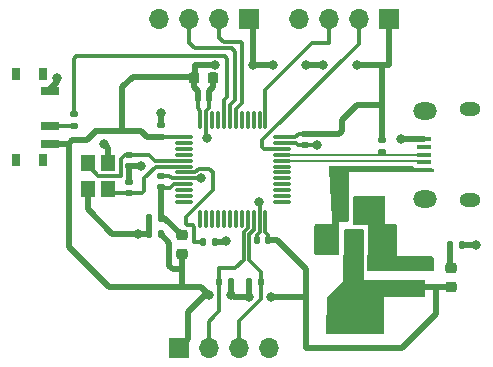
<source format=gbr>
%TF.GenerationSoftware,KiCad,Pcbnew,(6.0.10)*%
%TF.CreationDate,2023-01-15T22:26:48+05:30*%
%TF.ProjectId,Learning_1,4c656172-6e69-46e6-975f-312e6b696361,rev?*%
%TF.SameCoordinates,Original*%
%TF.FileFunction,Copper,L1,Top*%
%TF.FilePolarity,Positive*%
%FSLAX46Y46*%
G04 Gerber Fmt 4.6, Leading zero omitted, Abs format (unit mm)*
G04 Created by KiCad (PCBNEW (6.0.10)) date 2023-01-15 22:26:48*
%MOMM*%
%LPD*%
G01*
G04 APERTURE LIST*
G04 Aperture macros list*
%AMRoundRect*
0 Rectangle with rounded corners*
0 $1 Rounding radius*
0 $2 $3 $4 $5 $6 $7 $8 $9 X,Y pos of 4 corners*
0 Add a 4 corners polygon primitive as box body*
4,1,4,$2,$3,$4,$5,$6,$7,$8,$9,$2,$3,0*
0 Add four circle primitives for the rounded corners*
1,1,$1+$1,$2,$3*
1,1,$1+$1,$4,$5*
1,1,$1+$1,$6,$7*
1,1,$1+$1,$8,$9*
0 Add four rect primitives between the rounded corners*
20,1,$1+$1,$2,$3,$4,$5,0*
20,1,$1+$1,$4,$5,$6,$7,0*
20,1,$1+$1,$6,$7,$8,$9,0*
20,1,$1+$1,$8,$9,$2,$3,0*%
G04 Aperture macros list end*
%TA.AperFunction,SMDPad,CuDef*%
%ADD10RoundRect,0.140000X0.170000X-0.140000X0.170000X0.140000X-0.170000X0.140000X-0.170000X-0.140000X0*%
%TD*%
%TA.AperFunction,SMDPad,CuDef*%
%ADD11RoundRect,0.135000X-0.185000X0.135000X-0.185000X-0.135000X0.185000X-0.135000X0.185000X0.135000X0*%
%TD*%
%TA.AperFunction,SMDPad,CuDef*%
%ADD12RoundRect,0.140000X-0.140000X-0.170000X0.140000X-0.170000X0.140000X0.170000X-0.140000X0.170000X0*%
%TD*%
%TA.AperFunction,SMDPad,CuDef*%
%ADD13RoundRect,0.135000X-0.135000X-0.185000X0.135000X-0.185000X0.135000X0.185000X-0.135000X0.185000X0*%
%TD*%
%TA.AperFunction,SMDPad,CuDef*%
%ADD14RoundRect,0.250000X-0.250000X-0.475000X0.250000X-0.475000X0.250000X0.475000X-0.250000X0.475000X0*%
%TD*%
%TA.AperFunction,SMDPad,CuDef*%
%ADD15RoundRect,0.140000X-0.170000X0.140000X-0.170000X-0.140000X0.170000X-0.140000X0.170000X0.140000X0*%
%TD*%
%TA.AperFunction,SMDPad,CuDef*%
%ADD16RoundRect,0.225000X-0.225000X-0.250000X0.225000X-0.250000X0.225000X0.250000X-0.225000X0.250000X0*%
%TD*%
%TA.AperFunction,SMDPad,CuDef*%
%ADD17R,1.300000X0.450000*%
%TD*%
%TA.AperFunction,ComponentPad*%
%ADD18O,2.000000X1.450000*%
%TD*%
%TA.AperFunction,ComponentPad*%
%ADD19O,1.800000X1.150000*%
%TD*%
%TA.AperFunction,SMDPad,CuDef*%
%ADD20RoundRect,0.135000X0.135000X0.185000X-0.135000X0.185000X-0.135000X-0.185000X0.135000X-0.185000X0*%
%TD*%
%TA.AperFunction,ComponentPad*%
%ADD21R,1.700000X1.700000*%
%TD*%
%TA.AperFunction,ComponentPad*%
%ADD22O,1.700000X1.700000*%
%TD*%
%TA.AperFunction,SMDPad,CuDef*%
%ADD23RoundRect,0.250000X0.475000X-0.250000X0.475000X0.250000X-0.475000X0.250000X-0.475000X-0.250000X0*%
%TD*%
%TA.AperFunction,SMDPad,CuDef*%
%ADD24RoundRect,0.135000X0.185000X-0.135000X0.185000X0.135000X-0.185000X0.135000X-0.185000X-0.135000X0*%
%TD*%
%TA.AperFunction,SMDPad,CuDef*%
%ADD25RoundRect,0.218750X-0.256250X0.218750X-0.256250X-0.218750X0.256250X-0.218750X0.256250X0.218750X0*%
%TD*%
%TA.AperFunction,SMDPad,CuDef*%
%ADD26R,1.500000X2.000000*%
%TD*%
%TA.AperFunction,SMDPad,CuDef*%
%ADD27R,3.800000X2.000000*%
%TD*%
%TA.AperFunction,SMDPad,CuDef*%
%ADD28R,0.800000X1.000000*%
%TD*%
%TA.AperFunction,SMDPad,CuDef*%
%ADD29R,1.500000X0.700000*%
%TD*%
%TA.AperFunction,SMDPad,CuDef*%
%ADD30RoundRect,0.075000X-0.662500X-0.075000X0.662500X-0.075000X0.662500X0.075000X-0.662500X0.075000X0*%
%TD*%
%TA.AperFunction,SMDPad,CuDef*%
%ADD31RoundRect,0.075000X-0.075000X-0.662500X0.075000X-0.662500X0.075000X0.662500X-0.075000X0.662500X0*%
%TD*%
%TA.AperFunction,SMDPad,CuDef*%
%ADD32RoundRect,0.218750X0.256250X-0.218750X0.256250X0.218750X-0.256250X0.218750X-0.256250X-0.218750X0*%
%TD*%
%TA.AperFunction,SMDPad,CuDef*%
%ADD33R,1.200000X1.400000*%
%TD*%
%TA.AperFunction,SMDPad,CuDef*%
%ADD34RoundRect,0.140000X0.140000X0.170000X-0.140000X0.170000X-0.140000X-0.170000X0.140000X-0.170000X0*%
%TD*%
%TA.AperFunction,ViaPad*%
%ADD35C,0.800000*%
%TD*%
%TA.AperFunction,Conductor*%
%ADD36C,0.500000*%
%TD*%
%TA.AperFunction,Conductor*%
%ADD37C,0.300000*%
%TD*%
%TA.AperFunction,Conductor*%
%ADD38C,0.200000*%
%TD*%
G04 APERTURE END LIST*
D10*
%TO.P,C3,1*%
%TO.N,+3.3V*%
X82800000Y-87380000D03*
%TO.P,C3,2*%
%TO.N,GND*%
X82800000Y-86420000D03*
%TD*%
D11*
%TO.P,R3,1*%
%TO.N,+3.3V*%
X101500000Y-87690000D03*
%TO.P,R3,2*%
%TO.N,/USB_D+*%
X101500000Y-88710000D03*
%TD*%
D12*
%TO.P,C2,1*%
%TO.N,+3.3V*%
X85920000Y-84100000D03*
%TO.P,C2,2*%
%TO.N,GND*%
X86880000Y-84100000D03*
%TD*%
D13*
%TO.P,R2,1*%
%TO.N,/PWR_LED_K*%
X107290000Y-96600000D03*
%TO.P,R2,2*%
%TO.N,GND*%
X108310000Y-96600000D03*
%TD*%
D14*
%TO.P,C10,1*%
%TO.N,VBUS*%
X98110000Y-93726000D03*
%TO.P,C10,2*%
%TO.N,GND*%
X100010000Y-93726000D03*
%TD*%
D15*
%TO.P,C12,1*%
%TO.N,/HSE_IN*%
X80137000Y-88928000D03*
%TO.P,C12,2*%
%TO.N,GND*%
X80137000Y-89888000D03*
%TD*%
D16*
%TO.P,C1,1*%
%TO.N,+3.3V*%
X85625000Y-82400000D03*
%TO.P,C1,2*%
%TO.N,GND*%
X87175000Y-82400000D03*
%TD*%
D17*
%TO.P,J1,1,VBUS*%
%TO.N,VBUS*%
X105100000Y-90200000D03*
%TO.P,J1,2,D-*%
%TO.N,/USB_D-*%
X105100000Y-89550000D03*
%TO.P,J1,3,D+*%
%TO.N,/USB_D+*%
X105100000Y-88900000D03*
%TO.P,J1,4,ID*%
%TO.N,unconnected-(J1-Pad4)*%
X105100000Y-88250000D03*
%TO.P,J1,5,GND*%
%TO.N,GND*%
X105100000Y-87600000D03*
D18*
%TO.P,J1,6,Shield*%
%TO.N,unconnected-(J1-Pad6)*%
X105150000Y-92625000D03*
D19*
X108950000Y-92775000D03*
D18*
X105150000Y-85175000D03*
D19*
X108950000Y-85025000D03*
%TD*%
D20*
%TO.P,R4,1*%
%TO.N,+3.3V*%
X88775000Y-99695000D03*
%TO.P,R4,2*%
%TO.N,/I2C2_SCL*%
X87755000Y-99695000D03*
%TD*%
D21*
%TO.P,J2,1,Pin_1*%
%TO.N,+3.3V*%
X90300000Y-77400000D03*
D22*
%TO.P,J2,2,Pin_2*%
%TO.N,/USART1_TX*%
X87760000Y-77400000D03*
%TO.P,J2,3,Pin_3*%
%TO.N,/USART1_RX*%
X85220000Y-77400000D03*
%TO.P,J2,4,Pin_4*%
%TO.N,GND*%
X82680000Y-77400000D03*
%TD*%
D21*
%TO.P,J4,1,Pin_1*%
%TO.N,+3.3V*%
X84300000Y-105300000D03*
D22*
%TO.P,J4,2,Pin_2*%
%TO.N,/I2C2_SCL*%
X86840000Y-105300000D03*
%TO.P,J4,3,Pin_3*%
%TO.N,/I2C2_SDA*%
X89380000Y-105300000D03*
%TO.P,J4,4,Pin_4*%
%TO.N,GND*%
X91920000Y-105300000D03*
%TD*%
D10*
%TO.P,C13,1*%
%TO.N,/HSE_OUT*%
X80137000Y-92174000D03*
%TO.P,C13,2*%
%TO.N,GND*%
X80137000Y-91214000D03*
%TD*%
D23*
%TO.P,C11,1*%
%TO.N,+3.3V*%
X104140000Y-100137000D03*
%TO.P,C11,2*%
%TO.N,GND*%
X104140000Y-98237000D03*
%TD*%
D15*
%TO.P,C5,1*%
%TO.N,+3.3V*%
X94996000Y-87150000D03*
%TO.P,C5,2*%
%TO.N,GND*%
X94996000Y-88110000D03*
%TD*%
D24*
%TO.P,R1,1*%
%TO.N,/SW_BOOT0*%
X75400000Y-86510000D03*
%TO.P,R1,2*%
%TO.N,/BOOT0*%
X75400000Y-85490000D03*
%TD*%
D10*
%TO.P,C6,1*%
%TO.N,+3.3VA*%
X82800000Y-91680000D03*
%TO.P,C6,2*%
%TO.N,GND*%
X82800000Y-90720000D03*
%TD*%
D25*
%TO.P,D1,1,K*%
%TO.N,/PWR_LED_K*%
X107400000Y-98512500D03*
%TO.P,D1,2,A*%
%TO.N,+3.3V*%
X107400000Y-100087500D03*
%TD*%
D26*
%TO.P,U1,1,GND*%
%TO.N,GND*%
X101487000Y-96291000D03*
D27*
%TO.P,U1,2,VO*%
%TO.N,+3.3V*%
X99187000Y-102591000D03*
D26*
X99187000Y-96291000D03*
%TO.P,U1,3,VI*%
%TO.N,VBUS*%
X96887000Y-96291000D03*
%TD*%
D28*
%TO.P,SW1,*%
%TO.N,*%
X70570000Y-82100000D03*
X72780000Y-82100000D03*
X70570000Y-89400000D03*
X72780000Y-89400000D03*
D29*
%TO.P,SW1,1,A*%
%TO.N,GND*%
X73430000Y-83500000D03*
%TO.P,SW1,2,B*%
%TO.N,/SW_BOOT0*%
X73430000Y-86500000D03*
%TO.P,SW1,3,C*%
%TO.N,+3.3V*%
X73430000Y-88000000D03*
%TD*%
D30*
%TO.P,U2,1,VBAT*%
%TO.N,+3.3V*%
X84737500Y-87420000D03*
%TO.P,U2,2,PC13*%
%TO.N,unconnected-(U2-Pad2)*%
X84737500Y-87920000D03*
%TO.P,U2,3,PC14*%
%TO.N,unconnected-(U2-Pad3)*%
X84737500Y-88420000D03*
%TO.P,U2,4,PC15*%
%TO.N,unconnected-(U2-Pad4)*%
X84737500Y-88920000D03*
%TO.P,U2,5,PD0*%
%TO.N,/HSE_IN*%
X84737500Y-89420000D03*
%TO.P,U2,6,PD1*%
%TO.N,/HSE_OUT*%
X84737500Y-89920000D03*
%TO.P,U2,7,NRST*%
%TO.N,/NRST*%
X84737500Y-90420000D03*
%TO.P,U2,8,VSSA*%
%TO.N,GND*%
X84737500Y-90920000D03*
%TO.P,U2,9,VDDA*%
%TO.N,+3.3VA*%
X84737500Y-91420000D03*
%TO.P,U2,10,PA0*%
%TO.N,unconnected-(U2-Pad10)*%
X84737500Y-91920000D03*
%TO.P,U2,11,PA1*%
%TO.N,unconnected-(U2-Pad11)*%
X84737500Y-92420000D03*
%TO.P,U2,12,PA2*%
%TO.N,unconnected-(U2-Pad12)*%
X84737500Y-92920000D03*
D31*
%TO.P,U2,13,PA3*%
%TO.N,unconnected-(U2-Pad13)*%
X86150000Y-94332500D03*
%TO.P,U2,14,PA4*%
%TO.N,unconnected-(U2-Pad14)*%
X86650000Y-94332500D03*
%TO.P,U2,15,PA5*%
%TO.N,unconnected-(U2-Pad15)*%
X87150000Y-94332500D03*
%TO.P,U2,16,PA6*%
%TO.N,unconnected-(U2-Pad16)*%
X87650000Y-94332500D03*
%TO.P,U2,17,PA7*%
%TO.N,unconnected-(U2-Pad17)*%
X88150000Y-94332500D03*
%TO.P,U2,18,PB0*%
%TO.N,unconnected-(U2-Pad18)*%
X88650000Y-94332500D03*
%TO.P,U2,19,PB1*%
%TO.N,unconnected-(U2-Pad19)*%
X89150000Y-94332500D03*
%TO.P,U2,20,PB2*%
%TO.N,unconnected-(U2-Pad20)*%
X89650000Y-94332500D03*
%TO.P,U2,21,PB10*%
%TO.N,/I2C2_SCL*%
X90150000Y-94332500D03*
%TO.P,U2,22,PB11*%
%TO.N,/I2C2_SDA*%
X90650000Y-94332500D03*
%TO.P,U2,23,VSS*%
%TO.N,GND*%
X91150000Y-94332500D03*
%TO.P,U2,24,VDD*%
%TO.N,+3.3V*%
X91650000Y-94332500D03*
D30*
%TO.P,U2,25,PB12*%
%TO.N,unconnected-(U2-Pad25)*%
X93062500Y-92920000D03*
%TO.P,U2,26,PB13*%
%TO.N,unconnected-(U2-Pad26)*%
X93062500Y-92420000D03*
%TO.P,U2,27,PB14*%
%TO.N,unconnected-(U2-Pad27)*%
X93062500Y-91920000D03*
%TO.P,U2,28,PB15*%
%TO.N,unconnected-(U2-Pad28)*%
X93062500Y-91420000D03*
%TO.P,U2,29,PA8*%
%TO.N,unconnected-(U2-Pad29)*%
X93062500Y-90920000D03*
%TO.P,U2,30,PA9*%
%TO.N,unconnected-(U2-Pad30)*%
X93062500Y-90420000D03*
%TO.P,U2,31,PA10*%
%TO.N,unconnected-(U2-Pad31)*%
X93062500Y-89920000D03*
%TO.P,U2,32,PA11*%
%TO.N,/USB_D-*%
X93062500Y-89420000D03*
%TO.P,U2,33,PA12*%
%TO.N,/USB_D+*%
X93062500Y-88920000D03*
%TO.P,U2,34,PA13*%
%TO.N,/SWDIO*%
X93062500Y-88420000D03*
%TO.P,U2,35,VSS*%
%TO.N,GND*%
X93062500Y-87920000D03*
%TO.P,U2,36,VDD*%
%TO.N,+3.3V*%
X93062500Y-87420000D03*
D31*
%TO.P,U2,37,PA14*%
%TO.N,/SWCLK*%
X91650000Y-86007500D03*
%TO.P,U2,38,PA15*%
%TO.N,unconnected-(U2-Pad38)*%
X91150000Y-86007500D03*
%TO.P,U2,39,PB3*%
%TO.N,unconnected-(U2-Pad39)*%
X90650000Y-86007500D03*
%TO.P,U2,40,PB4*%
%TO.N,unconnected-(U2-Pad40)*%
X90150000Y-86007500D03*
%TO.P,U2,41,PB5*%
%TO.N,unconnected-(U2-Pad41)*%
X89650000Y-86007500D03*
%TO.P,U2,42,PB6*%
%TO.N,/USART1_TX*%
X89150000Y-86007500D03*
%TO.P,U2,43,PB7*%
%TO.N,/USART1_RX*%
X88650000Y-86007500D03*
%TO.P,U2,44,BOOT0*%
%TO.N,/BOOT0*%
X88150000Y-86007500D03*
%TO.P,U2,45,PB8*%
%TO.N,unconnected-(U2-Pad45)*%
X87650000Y-86007500D03*
%TO.P,U2,46,PB9*%
%TO.N,unconnected-(U2-Pad46)*%
X87150000Y-86007500D03*
%TO.P,U2,47,VSS*%
%TO.N,GND*%
X86650000Y-86007500D03*
%TO.P,U2,48,VDD*%
%TO.N,+3.3V*%
X86150000Y-86007500D03*
%TD*%
D32*
%TO.P,FB1,1*%
%TO.N,+3.3V*%
X84582000Y-97307500D03*
%TO.P,FB1,2*%
%TO.N,+3.3VA*%
X84582000Y-95732500D03*
%TD*%
D12*
%TO.P,C9,1*%
%TO.N,/NRST*%
X86388000Y-96266000D03*
%TO.P,C9,2*%
%TO.N,GND*%
X87348000Y-96266000D03*
%TD*%
D33*
%TO.P,Y1,1,1*%
%TO.N,/HSE_IN*%
X76620000Y-89578000D03*
%TO.P,Y1,2,2*%
%TO.N,GND*%
X76620000Y-91778000D03*
%TO.P,Y1,3,3*%
%TO.N,/HSE_OUT*%
X78320000Y-91778000D03*
%TO.P,Y1,4,4*%
%TO.N,GND*%
X78320000Y-89578000D03*
%TD*%
D34*
%TO.P,C7,1*%
%TO.N,+3.3VA*%
X82776000Y-94234000D03*
%TO.P,C7,2*%
%TO.N,GND*%
X81816000Y-94234000D03*
%TD*%
D21*
%TO.P,J3,1,Pin_1*%
%TO.N,+3.3V*%
X102080000Y-77400000D03*
D22*
%TO.P,J3,2,Pin_2*%
%TO.N,/SWDIO*%
X99540000Y-77400000D03*
%TO.P,J3,3,Pin_3*%
%TO.N,/SWCLK*%
X97000000Y-77400000D03*
%TO.P,J3,4,Pin_4*%
%TO.N,GND*%
X94460000Y-77400000D03*
%TD*%
D13*
%TO.P,R5,1*%
%TO.N,+3.3V*%
X90295000Y-99695000D03*
%TO.P,R5,2*%
%TO.N,/I2C2_SDA*%
X91315000Y-99695000D03*
%TD*%
D34*
%TO.P,C8,1*%
%TO.N,+3.3V*%
X82776000Y-95631000D03*
%TO.P,C8,2*%
%TO.N,GND*%
X81816000Y-95631000D03*
%TD*%
%TO.P,C4,1*%
%TO.N,+3.3V*%
X91880000Y-96100000D03*
%TO.P,C4,2*%
%TO.N,GND*%
X90920000Y-96100000D03*
%TD*%
D35*
%TO.N,+3.3V*%
X90300000Y-101000000D03*
X92100000Y-101000000D03*
X95100000Y-81300000D03*
X86900000Y-100800000D03*
X92300000Y-81300000D03*
X87400000Y-81300000D03*
X96500000Y-81300000D03*
X99400000Y-81300000D03*
X90600000Y-81300000D03*
X88775000Y-100825000D03*
%TO.N,GND*%
X101100000Y-97900000D03*
X103100000Y-87600000D03*
X82800000Y-85400000D03*
X96000000Y-88100000D03*
X80900000Y-95600000D03*
X88300000Y-96200000D03*
X102000000Y-97900000D03*
X86700000Y-87500000D03*
X109500000Y-96600000D03*
X74000000Y-82400000D03*
X101300000Y-94200000D03*
X101300000Y-93200000D03*
X91100000Y-92900000D03*
X78000000Y-88000000D03*
X105500000Y-98300000D03*
X86200000Y-90900000D03*
X81100000Y-89900000D03*
%TD*%
D36*
%TO.N,+3.3V*%
X88950000Y-101000000D02*
X90300000Y-101000000D01*
X88775000Y-100825000D02*
X88950000Y-101000000D01*
X88775000Y-100825000D02*
X88775000Y-99695000D01*
X90300000Y-101000000D02*
X90300000Y-99700000D01*
X95100000Y-101000000D02*
X92100000Y-101000000D01*
X95100000Y-101000000D02*
X95100000Y-98600000D01*
X95100000Y-105300000D02*
X95100000Y-101000000D01*
X90300000Y-99700000D02*
X90295000Y-99695000D01*
D37*
X91900000Y-96080000D02*
X91880000Y-96100000D01*
X91900000Y-95700000D02*
X91900000Y-96080000D01*
X91650000Y-95450000D02*
X91900000Y-95700000D01*
X91650000Y-94332500D02*
X91650000Y-95450000D01*
D36*
X92600000Y-96100000D02*
X91880000Y-96100000D01*
%TO.N,GND*%
X80137000Y-89888000D02*
X80137000Y-91214000D01*
%TO.N,+3.3VA*%
X82776000Y-91704000D02*
X82800000Y-91680000D01*
X82776000Y-94234000D02*
X82776000Y-91704000D01*
X83083500Y-94234000D02*
X84582000Y-95732500D01*
X82776000Y-94234000D02*
X83083500Y-94234000D01*
%TO.N,+3.3V*%
X83500000Y-98300000D02*
X83500000Y-96355000D01*
X83818000Y-98618000D02*
X83500000Y-98300000D01*
X84582000Y-98618000D02*
X83818000Y-98618000D01*
X83500000Y-96355000D02*
X82776000Y-95631000D01*
X84582000Y-98618000D02*
X84582000Y-97307500D01*
X84582000Y-100082000D02*
X84582000Y-98618000D01*
%TO.N,GND*%
X78700000Y-95600000D02*
X80900000Y-95600000D01*
X76620000Y-93520000D02*
X78700000Y-95600000D01*
X76620000Y-91778000D02*
X76620000Y-93520000D01*
%TO.N,/PWR_LED_K*%
X107290000Y-98402500D02*
X107400000Y-98512500D01*
X107290000Y-96600000D02*
X107290000Y-98402500D01*
%TO.N,+3.3V*%
X75000000Y-96700000D02*
X75000000Y-88000000D01*
X75000000Y-88000000D02*
X73430000Y-88000000D01*
X86900000Y-100800000D02*
X86535000Y-100800000D01*
X85700000Y-82325000D02*
X85700000Y-81300000D01*
X90600000Y-81300000D02*
X92300000Y-81300000D01*
D37*
X86150000Y-85250000D02*
X85900000Y-85000000D01*
D36*
X81100000Y-86900000D02*
X81580000Y-87380000D01*
X77200000Y-86900000D02*
X79500000Y-86900000D01*
X81580000Y-87380000D02*
X82800000Y-87380000D01*
X80400000Y-82300000D02*
X85525000Y-82300000D01*
X97850000Y-87150000D02*
X94996000Y-87150000D01*
X102100000Y-81300000D02*
X102100000Y-77420000D01*
X85525000Y-82300000D02*
X85625000Y-82400000D01*
X79500000Y-83200000D02*
X80400000Y-82300000D01*
D37*
X82840000Y-87420000D02*
X82800000Y-87380000D01*
D36*
X95100000Y-81300000D02*
X96500000Y-81300000D01*
X75000000Y-88000000D02*
X75300000Y-87700000D01*
X99400000Y-81300000D02*
X101700000Y-81300000D01*
X85625000Y-82400000D02*
X85625000Y-83225000D01*
D37*
X84737500Y-87420000D02*
X82840000Y-87420000D01*
D36*
X102100000Y-77420000D02*
X102080000Y-77400000D01*
X103200000Y-105300000D02*
X95100000Y-105300000D01*
X77200000Y-87000000D02*
X77200000Y-86900000D01*
X86535000Y-100800000D02*
X85100000Y-102235000D01*
D37*
X94180000Y-87420000D02*
X94450000Y-87150000D01*
D36*
X90600000Y-81300000D02*
X90600000Y-77700000D01*
X95100000Y-98600000D02*
X92600000Y-96100000D01*
X85700000Y-81300000D02*
X87400000Y-81300000D01*
X106063000Y-100137000D02*
X106063000Y-102437000D01*
D37*
X85900000Y-84120000D02*
X85920000Y-84100000D01*
D36*
X78400000Y-100100000D02*
X75000000Y-96700000D01*
D37*
X85900000Y-85000000D02*
X85900000Y-84120000D01*
D36*
X84582000Y-100082000D02*
X78418000Y-100082000D01*
X76500000Y-87700000D02*
X77200000Y-87000000D01*
X101500000Y-81500000D02*
X101700000Y-81300000D01*
X104140000Y-100137000D02*
X106063000Y-100137000D01*
X107350500Y-100137000D02*
X107400000Y-100087500D01*
X99400000Y-84700000D02*
X98100000Y-86000000D01*
D37*
X93062500Y-87420000D02*
X94180000Y-87420000D01*
D36*
X101500000Y-87690000D02*
X101500000Y-84700000D01*
X101500000Y-84700000D02*
X101500000Y-81500000D01*
X86900000Y-100800000D02*
X86200000Y-100100000D01*
X98100000Y-86900000D02*
X97850000Y-87150000D01*
X101500000Y-84700000D02*
X99400000Y-84700000D01*
X85920000Y-83520000D02*
X85920000Y-84100000D01*
X78418000Y-100082000D02*
X78400000Y-100100000D01*
X90600000Y-77700000D02*
X90300000Y-77400000D01*
D37*
X86150000Y-86007500D02*
X86150000Y-85250000D01*
D36*
X85100000Y-102235000D02*
X85100000Y-104500000D01*
X106063000Y-100137000D02*
X107350500Y-100137000D01*
X84600000Y-100100000D02*
X84582000Y-100082000D01*
X85625000Y-83225000D02*
X85920000Y-83520000D01*
X79500000Y-86900000D02*
X81100000Y-86900000D01*
X106063000Y-102437000D02*
X103200000Y-105300000D01*
X98100000Y-86000000D02*
X98100000Y-86900000D01*
X85100000Y-104500000D02*
X84300000Y-105300000D01*
X85625000Y-82400000D02*
X85700000Y-82325000D01*
X79500000Y-86900000D02*
X79500000Y-83200000D01*
X86200000Y-100100000D02*
X84600000Y-100100000D01*
X75300000Y-87700000D02*
X76500000Y-87700000D01*
D37*
X94450000Y-87150000D02*
X94996000Y-87150000D01*
D36*
X101700000Y-81300000D02*
X102100000Y-81300000D01*
%TO.N,GND*%
X86880000Y-83520000D02*
X86880000Y-84100000D01*
X81816000Y-95631000D02*
X80931000Y-95631000D01*
D37*
X86650000Y-85250000D02*
X86900000Y-85000000D01*
X83520000Y-90720000D02*
X82800000Y-90720000D01*
D36*
X82800000Y-86420000D02*
X82800000Y-85400000D01*
D37*
X86650000Y-86007500D02*
X86650000Y-85250000D01*
X93062500Y-87920000D02*
X94220000Y-87920000D01*
X86180000Y-90920000D02*
X86200000Y-90900000D01*
X95990000Y-88110000D02*
X96000000Y-88100000D01*
X86650000Y-86007500D02*
X86650000Y-87450000D01*
D36*
X87175000Y-82400000D02*
X87175000Y-83225000D01*
D37*
X84737500Y-90920000D02*
X86180000Y-90920000D01*
X90900000Y-95700000D02*
X90900000Y-96080000D01*
D36*
X78320000Y-89578000D02*
X78320000Y-88320000D01*
D37*
X86650000Y-87450000D02*
X86700000Y-87500000D01*
X84737500Y-90920000D02*
X83720000Y-90920000D01*
D36*
X87175000Y-83225000D02*
X86880000Y-83520000D01*
D37*
X94410000Y-88110000D02*
X94996000Y-88110000D01*
D36*
X74000000Y-82800000D02*
X74000000Y-82400000D01*
X73430000Y-83500000D02*
X73430000Y-83370000D01*
X81816000Y-94234000D02*
X81816000Y-95631000D01*
D37*
X91150000Y-92950000D02*
X91100000Y-92900000D01*
X91150000Y-95450000D02*
X90900000Y-95700000D01*
D36*
X108310000Y-96600000D02*
X109500000Y-96600000D01*
X80931000Y-95631000D02*
X80900000Y-95600000D01*
D37*
X91150000Y-94332500D02*
X91150000Y-92950000D01*
D36*
X88234000Y-96266000D02*
X88300000Y-96200000D01*
X105100000Y-87600000D02*
X103100000Y-87600000D01*
D37*
X86900000Y-84120000D02*
X86880000Y-84100000D01*
X86900000Y-85000000D02*
X86900000Y-84120000D01*
X83720000Y-90920000D02*
X83520000Y-90720000D01*
D36*
X78320000Y-88320000D02*
X78000000Y-88000000D01*
D37*
X91150000Y-94332500D02*
X91150000Y-95450000D01*
D36*
X87348000Y-96266000D02*
X88234000Y-96266000D01*
D37*
X94996000Y-88110000D02*
X95990000Y-88110000D01*
X90900000Y-96080000D02*
X90920000Y-96100000D01*
D36*
X73430000Y-83370000D02*
X74000000Y-82800000D01*
D37*
X94220000Y-87920000D02*
X94410000Y-88110000D01*
D36*
X81088000Y-89888000D02*
X81100000Y-89900000D01*
X80137000Y-89888000D02*
X81088000Y-89888000D01*
D37*
%TO.N,+3.3VA*%
X82820000Y-91700000D02*
X82800000Y-91680000D01*
X84737500Y-91420000D02*
X83880000Y-91420000D01*
X83880000Y-91420000D02*
X83600000Y-91700000D01*
X83600000Y-91700000D02*
X82820000Y-91700000D01*
%TO.N,/NRST*%
X84737500Y-90420000D02*
X85680000Y-90420000D01*
X85600000Y-95000000D02*
X85600000Y-96300000D01*
X85500000Y-94900000D02*
X85600000Y-95000000D01*
X86354000Y-96300000D02*
X86388000Y-96266000D01*
X85600000Y-96300000D02*
X86354000Y-96300000D01*
X86900000Y-90100000D02*
X87200000Y-90400000D01*
X87200000Y-90400000D02*
X87200000Y-91900000D01*
X85000000Y-94900000D02*
X85500000Y-94900000D01*
X85680000Y-90420000D02*
X86000000Y-90100000D01*
X87200000Y-91900000D02*
X84900000Y-94200000D01*
X84900000Y-94800000D02*
X85000000Y-94900000D01*
X84900000Y-94200000D02*
X84900000Y-94800000D01*
X86000000Y-90100000D02*
X86900000Y-90100000D01*
%TO.N,/HSE_IN*%
X84737500Y-89420000D02*
X82320000Y-89420000D01*
X79400000Y-89300000D02*
X79400000Y-90700000D01*
X77500000Y-90700000D02*
X76620000Y-89820000D01*
X80137000Y-88928000D02*
X79772000Y-88928000D01*
X80165000Y-88900000D02*
X80137000Y-88928000D01*
X82320000Y-89420000D02*
X81800000Y-88900000D01*
X79400000Y-90700000D02*
X77500000Y-90700000D01*
X76620000Y-89820000D02*
X76620000Y-89578000D01*
X79772000Y-88928000D02*
X79400000Y-89300000D01*
X81800000Y-88900000D02*
X80165000Y-88900000D01*
%TO.N,/HSE_OUT*%
X81400000Y-92000000D02*
X81226000Y-92174000D01*
X82380000Y-89920000D02*
X81400000Y-90900000D01*
X84737500Y-89920000D02*
X82380000Y-89920000D01*
X78716000Y-92174000D02*
X78320000Y-91778000D01*
X81400000Y-90900000D02*
X81400000Y-92000000D01*
X80137000Y-92174000D02*
X78716000Y-92174000D01*
X81226000Y-92174000D02*
X80137000Y-92174000D01*
D38*
%TO.N,/USB_D-*%
X93062500Y-89420000D02*
X104700000Y-89420000D01*
%TO.N,/USB_D+*%
X93062500Y-88920000D02*
X104700000Y-88920000D01*
D37*
%TO.N,/USART1_TX*%
X89150000Y-86007500D02*
X89150000Y-85050000D01*
X89600000Y-79400000D02*
X88100000Y-79400000D01*
X89700000Y-79500000D02*
X89600000Y-79400000D01*
X88100000Y-79400000D02*
X87760000Y-79060000D01*
X87760000Y-79060000D02*
X87760000Y-77400000D01*
X89150000Y-85050000D02*
X89700000Y-84500000D01*
X89700000Y-84500000D02*
X89700000Y-79500000D01*
%TO.N,/USART1_RX*%
X89100000Y-84300000D02*
X89100000Y-80200000D01*
X88650000Y-86007500D02*
X88650000Y-84750000D01*
X85700000Y-79900000D02*
X85220000Y-79420000D01*
X85220000Y-79420000D02*
X85220000Y-77400000D01*
X89100000Y-80200000D02*
X88800000Y-79900000D01*
X88650000Y-84750000D02*
X89100000Y-84300000D01*
X88800000Y-79900000D02*
X85700000Y-79900000D01*
%TO.N,/SWDIO*%
X91400000Y-88300000D02*
X91400000Y-87700000D01*
X99540000Y-79560000D02*
X99540000Y-77400000D01*
X91520000Y-88420000D02*
X91400000Y-88300000D01*
X91400000Y-87700000D02*
X99540000Y-79560000D01*
X93062500Y-88420000D02*
X91520000Y-88420000D01*
%TO.N,/SWCLK*%
X95600000Y-79500000D02*
X97000000Y-79500000D01*
X97000000Y-79500000D02*
X97000000Y-77400000D01*
X91650000Y-86007500D02*
X91650000Y-83450000D01*
X91650000Y-83450000D02*
X95600000Y-79500000D01*
%TO.N,/I2C2_SCL*%
X87300000Y-102600000D02*
X86840000Y-103060000D01*
X89800000Y-97800000D02*
X89100000Y-98500000D01*
X86840000Y-103060000D02*
X86840000Y-105300000D01*
X90150000Y-95150000D02*
X89800000Y-95500000D01*
X87755000Y-102120000D02*
X87300000Y-102575000D01*
X87755000Y-99695000D02*
X87755000Y-102120000D01*
X89100000Y-98500000D02*
X87800000Y-98500000D01*
X90150000Y-94332500D02*
X90150000Y-95150000D01*
X89800000Y-95500000D02*
X89800000Y-97800000D01*
X87755000Y-98545000D02*
X87755000Y-99695000D01*
X87800000Y-98500000D02*
X87755000Y-98545000D01*
X87300000Y-102575000D02*
X87300000Y-102600000D01*
%TO.N,/I2C2_SDA*%
X91315000Y-101100000D02*
X90180000Y-102235000D01*
X89380000Y-103020000D02*
X89380000Y-105300000D01*
X90165000Y-102235000D02*
X89380000Y-103020000D01*
X91315000Y-99695000D02*
X91315000Y-101100000D01*
X90650000Y-94332500D02*
X90650000Y-95250000D01*
X90650000Y-95250000D02*
X90300000Y-95600000D01*
X91315000Y-98815000D02*
X91315000Y-99695000D01*
X90300000Y-97800000D02*
X91315000Y-98815000D01*
X90300000Y-95600000D02*
X90300000Y-97800000D01*
X90180000Y-102235000D02*
X90165000Y-102235000D01*
%TO.N,/SW_BOOT0*%
X73440000Y-86510000D02*
X73430000Y-86500000D01*
X75400000Y-86510000D02*
X73440000Y-86510000D01*
%TO.N,/BOOT0*%
X88400000Y-80800000D02*
X88200000Y-80600000D01*
X88200000Y-80600000D02*
X75600000Y-80600000D01*
X75400000Y-80800000D02*
X75400000Y-85490000D01*
X88400000Y-84000000D02*
X88400000Y-80800000D01*
X88150000Y-84250000D02*
X88400000Y-84000000D01*
X88150000Y-86007500D02*
X88150000Y-84250000D01*
X75600000Y-80600000D02*
X75400000Y-80800000D01*
%TD*%
%TA.AperFunction,Conductor*%
%TO.N,+3.3V*%
G36*
X99943039Y-95219685D02*
G01*
X99988794Y-95272489D01*
X100000000Y-95324000D01*
X100000000Y-99500000D01*
X105076000Y-99500000D01*
X105143039Y-99519685D01*
X105188794Y-99572489D01*
X105200000Y-99624000D01*
X105200000Y-100876000D01*
X105180315Y-100943039D01*
X105127511Y-100988794D01*
X105076000Y-101000000D01*
X101700000Y-101000000D01*
X101700000Y-103976000D01*
X101680315Y-104043039D01*
X101627511Y-104088794D01*
X101576000Y-104100000D01*
X96927935Y-104100000D01*
X96860896Y-104080315D01*
X96815141Y-104027511D01*
X96803996Y-103972127D01*
X96896458Y-101013332D01*
X96898466Y-100949084D01*
X96920234Y-100882692D01*
X96934724Y-100865276D01*
X98200000Y-99600000D01*
X98200626Y-99572489D01*
X98297246Y-95321183D01*
X98318449Y-95254608D01*
X98372279Y-95210064D01*
X98421214Y-95200000D01*
X99876000Y-95200000D01*
X99943039Y-95219685D01*
G37*
%TD.AperFunction*%
%TD*%
%TA.AperFunction,Conductor*%
%TO.N,VBUS*%
G36*
X104169309Y-89919685D02*
G01*
X104197599Y-89947113D01*
X104198061Y-89948153D01*
X104277287Y-90027241D01*
X104287758Y-90031870D01*
X104287759Y-90031871D01*
X104371147Y-90068737D01*
X104371149Y-90068738D01*
X104379673Y-90072506D01*
X104405354Y-90075500D01*
X105776000Y-90075500D01*
X105843039Y-90095185D01*
X105888794Y-90147989D01*
X105900000Y-90199500D01*
X105900000Y-90276000D01*
X105880315Y-90343039D01*
X105827511Y-90388794D01*
X105776000Y-90400000D01*
X98700000Y-90400000D01*
X98700000Y-94476000D01*
X98680315Y-94543039D01*
X98627511Y-94588794D01*
X98576000Y-94600000D01*
X97900000Y-94600000D01*
X97900000Y-97276000D01*
X97880315Y-97343039D01*
X97827511Y-97388794D01*
X97776000Y-97400000D01*
X95924000Y-97400000D01*
X95856961Y-97380315D01*
X95811206Y-97327511D01*
X95800000Y-97276000D01*
X95800000Y-94924000D01*
X95819685Y-94856961D01*
X95872489Y-94811206D01*
X95924000Y-94800000D01*
X97300000Y-94800000D01*
X97280163Y-94476000D01*
X97008056Y-90031578D01*
X97023607Y-89963461D01*
X97073516Y-89914564D01*
X97131824Y-89900000D01*
X104102270Y-89900000D01*
X104169309Y-89919685D01*
G37*
%TD.AperFunction*%
%TD*%
%TA.AperFunction,Conductor*%
%TO.N,GND*%
G36*
X101743039Y-92419685D02*
G01*
X101788794Y-92472489D01*
X101800000Y-92524000D01*
X101800000Y-94800000D01*
X102676000Y-94800000D01*
X102743039Y-94819685D01*
X102788794Y-94872489D01*
X102800000Y-94924000D01*
X102800000Y-97500000D01*
X105710626Y-97500000D01*
X105777665Y-97519685D01*
X105823420Y-97572489D01*
X105828263Y-97584788D01*
X105893637Y-97780911D01*
X105900000Y-97820123D01*
X105900000Y-98676000D01*
X105880315Y-98743039D01*
X105827511Y-98788794D01*
X105776000Y-98800000D01*
X100332542Y-98800000D01*
X100265503Y-98780315D01*
X100219748Y-98727511D01*
X100208817Y-98667752D01*
X100285354Y-97519685D01*
X100300000Y-97300000D01*
X100300000Y-94900000D01*
X99219847Y-94900000D01*
X99152808Y-94880315D01*
X99107053Y-94827511D01*
X99095919Y-94780222D01*
X99060072Y-93728113D01*
X99060000Y-93723891D01*
X99060000Y-92524000D01*
X99079685Y-92456961D01*
X99132489Y-92411206D01*
X99184000Y-92400000D01*
X101676000Y-92400000D01*
X101743039Y-92419685D01*
G37*
%TD.AperFunction*%
%TD*%
M02*

</source>
